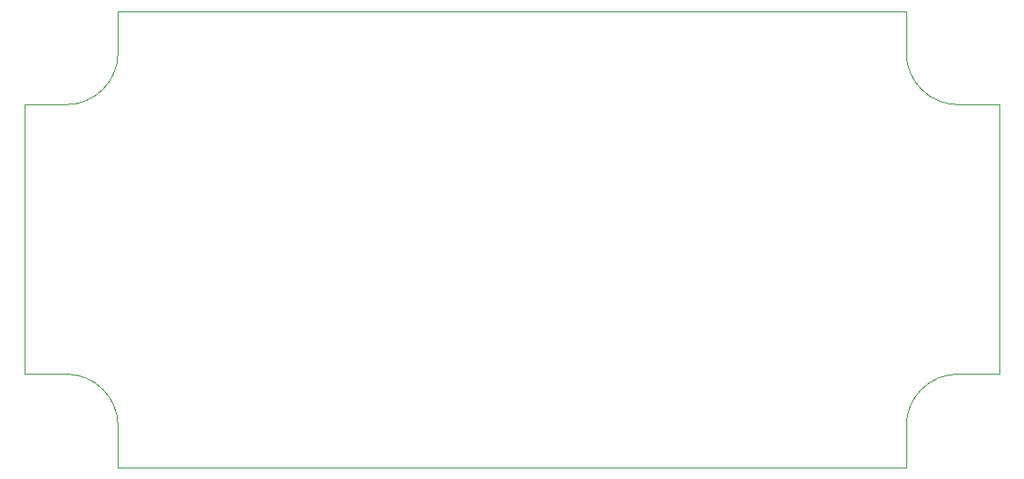
<source format=gbr>
G04 #@! TF.GenerationSoftware,KiCad,Pcbnew,6.0.0-unknown-r15630-3caa4376*
G04 #@! TF.CreationDate,2019-05-16T13:37:44+01:00*
G04 #@! TF.ProjectId,FuelGauge,4675656c-4761-4756-9765-2e6b69636164,1.0*
G04 #@! TF.SameCoordinates,Original*
G04 #@! TF.FileFunction,Profile,NP*
%FSLAX46Y46*%
G04 Gerber Fmt 4.6, Leading zero omitted, Abs format (unit mm)*
G04 Created by KiCad (PCBNEW 6.0.0-unknown-r15630-3caa4376) date 2019-05-16 13:37:44*
%MOMM*%
%LPD*%
G04 APERTURE LIST*
%ADD10C,0.050000*%
G04 APERTURE END LIST*
D10*
X89000000Y-58000000D02*
X165000000Y-58000000D01*
X80000000Y-93000000D02*
X80000000Y-67000000D01*
X165000000Y-102000000D02*
X89000000Y-102000000D01*
X174000000Y-67000000D02*
X174000000Y-93000000D01*
X170000000Y-67000000D02*
G75*
G02X165000000Y-62000000I0J5000000D01*
G01*
X165000000Y-98000000D02*
G75*
G02X170000000Y-93000000I5000000J0D01*
G01*
X89000000Y-62000000D02*
G75*
G02X84000000Y-67000000I-5000000J0D01*
G01*
X84000000Y-93000000D02*
G75*
G02X89000000Y-98000000I0J-5000000D01*
G01*
X89000000Y-98000000D02*
X89000000Y-102000000D01*
X84000000Y-93000000D02*
X80000000Y-93000000D01*
X84000000Y-67000000D02*
X80000000Y-67000000D01*
X89000000Y-62000000D02*
X89000000Y-58000000D01*
X165000000Y-62000000D02*
X165000000Y-58000000D01*
X170000000Y-67000000D02*
X174000000Y-67000000D01*
X165000000Y-98000000D02*
X165000000Y-102000000D01*
X170000000Y-93000000D02*
X174000000Y-93000000D01*
M02*

</source>
